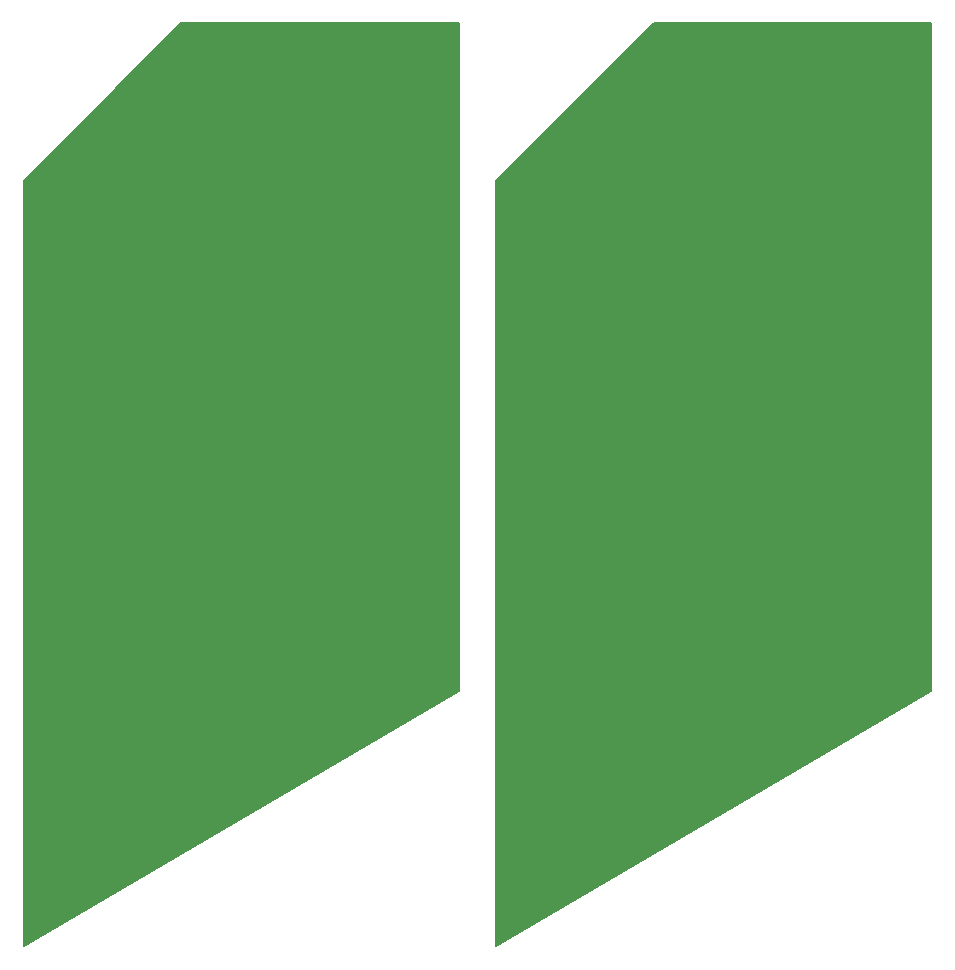
<source format=gts>
G04 #@! TF.GenerationSoftware,KiCad,Pcbnew,5.0.2-bee76a0~70~ubuntu18.04.1*
G04 #@! TF.CreationDate,2019-06-15T01:44:12+09:00*
G04 #@! TF.ProjectId,shield,73686965-6c64-42e6-9b69-6361645f7063,rev?*
G04 #@! TF.SameCoordinates,Original*
G04 #@! TF.FileFunction,Soldermask,Top*
G04 #@! TF.FilePolarity,Negative*
%FSLAX46Y46*%
G04 Gerber Fmt 4.6, Leading zero omitted, Abs format (unit mm)*
G04 Created by KiCad (PCBNEW 5.0.2-bee76a0~70~ubuntu18.04.1) date 2019年06月15日 01時44分12秒*
%MOMM*%
%LPD*%
G01*
G04 APERTURE LIST*
%ADD10C,0.150000*%
%ADD11C,0.100000*%
G04 APERTURE END LIST*
D10*
G36*
X113665000Y-20955000D02*
X100330000Y-34290000D01*
X100330000Y-99060000D01*
X137160000Y-77470000D01*
X137160000Y-20955000D01*
X113665000Y-20955000D01*
G37*
X113665000Y-20955000D02*
X100330000Y-34290000D01*
X100330000Y-99060000D01*
X137160000Y-77470000D01*
X137160000Y-20955000D01*
X113665000Y-20955000D01*
G36*
X73660000Y-20955000D02*
X60325000Y-34290000D01*
X60325000Y-99060000D01*
X97155000Y-77470000D01*
X97155000Y-20955000D01*
X73660000Y-20955000D01*
G37*
X73660000Y-20955000D02*
X60325000Y-34290000D01*
X60325000Y-99060000D01*
X97155000Y-77470000D01*
X97155000Y-20955000D01*
X73660000Y-20955000D01*
D11*
G36*
X64655957Y-90357634D02*
X64980987Y-90492266D01*
X65273512Y-90687725D01*
X65522275Y-90936488D01*
X65717734Y-91229013D01*
X65852366Y-91554043D01*
X65921000Y-91899093D01*
X65921000Y-92250907D01*
X65852366Y-92595957D01*
X65717734Y-92920987D01*
X65522275Y-93213512D01*
X65273512Y-93462275D01*
X64980987Y-93657734D01*
X64655957Y-93792366D01*
X64310907Y-93861000D01*
X63959093Y-93861000D01*
X63614043Y-93792366D01*
X63289013Y-93657734D01*
X62996488Y-93462275D01*
X62747725Y-93213512D01*
X62552266Y-92920987D01*
X62417634Y-92595957D01*
X62349000Y-92250907D01*
X62349000Y-91899093D01*
X62417634Y-91554043D01*
X62552266Y-91229013D01*
X62747725Y-90936488D01*
X62996488Y-90687725D01*
X63289013Y-90492266D01*
X63614043Y-90357634D01*
X63959093Y-90289000D01*
X64310907Y-90289000D01*
X64655957Y-90357634D01*
X64655957Y-90357634D01*
G37*
G36*
X104660957Y-90357634D02*
X104985987Y-90492266D01*
X105278512Y-90687725D01*
X105527275Y-90936488D01*
X105722734Y-91229013D01*
X105857366Y-91554043D01*
X105926000Y-91899093D01*
X105926000Y-92250907D01*
X105857366Y-92595957D01*
X105722734Y-92920987D01*
X105527275Y-93213512D01*
X105278512Y-93462275D01*
X104985987Y-93657734D01*
X104660957Y-93792366D01*
X104315907Y-93861000D01*
X103964093Y-93861000D01*
X103619043Y-93792366D01*
X103294013Y-93657734D01*
X103001488Y-93462275D01*
X102752725Y-93213512D01*
X102557266Y-92920987D01*
X102422634Y-92595957D01*
X102354000Y-92250907D01*
X102354000Y-91899093D01*
X102422634Y-91554043D01*
X102557266Y-91229013D01*
X102752725Y-90936488D01*
X103001488Y-90687725D01*
X103294013Y-90492266D01*
X103619043Y-90357634D01*
X103964093Y-90289000D01*
X104315907Y-90289000D01*
X104660957Y-90357634D01*
X104660957Y-90357634D01*
G37*
G36*
X93865957Y-73847634D02*
X94190987Y-73982266D01*
X94483512Y-74177725D01*
X94732275Y-74426488D01*
X94927734Y-74719013D01*
X95062366Y-75044043D01*
X95131000Y-75389093D01*
X95131000Y-75740907D01*
X95062366Y-76085957D01*
X94927734Y-76410987D01*
X94732275Y-76703512D01*
X94483512Y-76952275D01*
X94190987Y-77147734D01*
X93865957Y-77282366D01*
X93520907Y-77351000D01*
X93169093Y-77351000D01*
X92824043Y-77282366D01*
X92499013Y-77147734D01*
X92206488Y-76952275D01*
X91957725Y-76703512D01*
X91762266Y-76410987D01*
X91627634Y-76085957D01*
X91559000Y-75740907D01*
X91559000Y-75389093D01*
X91627634Y-75044043D01*
X91762266Y-74719013D01*
X91957725Y-74426488D01*
X92206488Y-74177725D01*
X92499013Y-73982266D01*
X92824043Y-73847634D01*
X93169093Y-73779000D01*
X93520907Y-73779000D01*
X93865957Y-73847634D01*
X93865957Y-73847634D01*
G37*
G36*
X133870957Y-73847634D02*
X134195987Y-73982266D01*
X134488512Y-74177725D01*
X134737275Y-74426488D01*
X134932734Y-74719013D01*
X135067366Y-75044043D01*
X135136000Y-75389093D01*
X135136000Y-75740907D01*
X135067366Y-76085957D01*
X134932734Y-76410987D01*
X134737275Y-76703512D01*
X134488512Y-76952275D01*
X134195987Y-77147734D01*
X133870957Y-77282366D01*
X133525907Y-77351000D01*
X133174093Y-77351000D01*
X132829043Y-77282366D01*
X132504013Y-77147734D01*
X132211488Y-76952275D01*
X131962725Y-76703512D01*
X131767266Y-76410987D01*
X131632634Y-76085957D01*
X131564000Y-75740907D01*
X131564000Y-75389093D01*
X131632634Y-75044043D01*
X131767266Y-74719013D01*
X131962725Y-74426488D01*
X132211488Y-74177725D01*
X132504013Y-73982266D01*
X132829043Y-73847634D01*
X133174093Y-73779000D01*
X133525907Y-73779000D01*
X133870957Y-73847634D01*
X133870957Y-73847634D01*
G37*
G36*
X134076621Y-66970302D02*
X134213022Y-67026801D01*
X134335779Y-67108825D01*
X134440175Y-67213221D01*
X134522199Y-67335978D01*
X134578698Y-67472379D01*
X134607500Y-67617181D01*
X134607500Y-67764819D01*
X134578698Y-67909621D01*
X134522199Y-68046022D01*
X134440175Y-68168779D01*
X134335779Y-68273175D01*
X134213022Y-68355199D01*
X134076621Y-68411698D01*
X133931819Y-68440500D01*
X133784181Y-68440500D01*
X133639379Y-68411698D01*
X133502978Y-68355199D01*
X133380221Y-68273175D01*
X133275825Y-68168779D01*
X133193801Y-68046022D01*
X133137302Y-67909621D01*
X133108500Y-67764819D01*
X133108500Y-67617181D01*
X133137302Y-67472379D01*
X133193801Y-67335978D01*
X133275825Y-67213221D01*
X133380221Y-67108825D01*
X133502978Y-67026801D01*
X133639379Y-66970302D01*
X133784181Y-66941500D01*
X133931819Y-66941500D01*
X134076621Y-66970302D01*
X134076621Y-66970302D01*
G37*
G36*
X92039621Y-66970302D02*
X92176022Y-67026801D01*
X92298779Y-67108825D01*
X92403175Y-67213221D01*
X92485199Y-67335978D01*
X92541698Y-67472379D01*
X92570500Y-67617181D01*
X92570500Y-67764819D01*
X92541698Y-67909621D01*
X92485199Y-68046022D01*
X92403175Y-68168779D01*
X92298779Y-68273175D01*
X92176022Y-68355199D01*
X92039621Y-68411698D01*
X91894819Y-68440500D01*
X91747181Y-68440500D01*
X91602379Y-68411698D01*
X91465978Y-68355199D01*
X91343221Y-68273175D01*
X91238825Y-68168779D01*
X91156801Y-68046022D01*
X91100302Y-67909621D01*
X91071500Y-67764819D01*
X91071500Y-67617181D01*
X91100302Y-67472379D01*
X91156801Y-67335978D01*
X91238825Y-67213221D01*
X91343221Y-67108825D01*
X91465978Y-67026801D01*
X91602379Y-66970302D01*
X91747181Y-66941500D01*
X91894819Y-66941500D01*
X92039621Y-66970302D01*
X92039621Y-66970302D01*
G37*
G36*
X90007621Y-66970302D02*
X90144022Y-67026801D01*
X90266779Y-67108825D01*
X90371175Y-67213221D01*
X90453199Y-67335978D01*
X90509698Y-67472379D01*
X90538500Y-67617181D01*
X90538500Y-67764819D01*
X90509698Y-67909621D01*
X90453199Y-68046022D01*
X90371175Y-68168779D01*
X90266779Y-68273175D01*
X90144022Y-68355199D01*
X90007621Y-68411698D01*
X89862819Y-68440500D01*
X89715181Y-68440500D01*
X89570379Y-68411698D01*
X89433978Y-68355199D01*
X89311221Y-68273175D01*
X89206825Y-68168779D01*
X89124801Y-68046022D01*
X89068302Y-67909621D01*
X89039500Y-67764819D01*
X89039500Y-67617181D01*
X89068302Y-67472379D01*
X89124801Y-67335978D01*
X89206825Y-67213221D01*
X89311221Y-67108825D01*
X89433978Y-67026801D01*
X89570379Y-66970302D01*
X89715181Y-66941500D01*
X89862819Y-66941500D01*
X90007621Y-66970302D01*
X90007621Y-66970302D01*
G37*
G36*
X94071621Y-66970302D02*
X94208022Y-67026801D01*
X94330779Y-67108825D01*
X94435175Y-67213221D01*
X94517199Y-67335978D01*
X94573698Y-67472379D01*
X94602500Y-67617181D01*
X94602500Y-67764819D01*
X94573698Y-67909621D01*
X94517199Y-68046022D01*
X94435175Y-68168779D01*
X94330779Y-68273175D01*
X94208022Y-68355199D01*
X94071621Y-68411698D01*
X93926819Y-68440500D01*
X93779181Y-68440500D01*
X93634379Y-68411698D01*
X93497978Y-68355199D01*
X93375221Y-68273175D01*
X93270825Y-68168779D01*
X93188801Y-68046022D01*
X93132302Y-67909621D01*
X93103500Y-67764819D01*
X93103500Y-67617181D01*
X93132302Y-67472379D01*
X93188801Y-67335978D01*
X93270825Y-67213221D01*
X93375221Y-67108825D01*
X93497978Y-67026801D01*
X93634379Y-66970302D01*
X93779181Y-66941500D01*
X93926819Y-66941500D01*
X94071621Y-66970302D01*
X94071621Y-66970302D01*
G37*
G36*
X132044621Y-66970302D02*
X132181022Y-67026801D01*
X132303779Y-67108825D01*
X132408175Y-67213221D01*
X132490199Y-67335978D01*
X132546698Y-67472379D01*
X132575500Y-67617181D01*
X132575500Y-67764819D01*
X132546698Y-67909621D01*
X132490199Y-68046022D01*
X132408175Y-68168779D01*
X132303779Y-68273175D01*
X132181022Y-68355199D01*
X132044621Y-68411698D01*
X131899819Y-68440500D01*
X131752181Y-68440500D01*
X131607379Y-68411698D01*
X131470978Y-68355199D01*
X131348221Y-68273175D01*
X131243825Y-68168779D01*
X131161801Y-68046022D01*
X131105302Y-67909621D01*
X131076500Y-67764819D01*
X131076500Y-67617181D01*
X131105302Y-67472379D01*
X131161801Y-67335978D01*
X131243825Y-67213221D01*
X131348221Y-67108825D01*
X131470978Y-67026801D01*
X131607379Y-66970302D01*
X131752181Y-66941500D01*
X131899819Y-66941500D01*
X132044621Y-66970302D01*
X132044621Y-66970302D01*
G37*
G36*
X130012621Y-66970302D02*
X130149022Y-67026801D01*
X130271779Y-67108825D01*
X130376175Y-67213221D01*
X130458199Y-67335978D01*
X130514698Y-67472379D01*
X130543500Y-67617181D01*
X130543500Y-67764819D01*
X130514698Y-67909621D01*
X130458199Y-68046022D01*
X130376175Y-68168779D01*
X130271779Y-68273175D01*
X130149022Y-68355199D01*
X130012621Y-68411698D01*
X129867819Y-68440500D01*
X129720181Y-68440500D01*
X129575379Y-68411698D01*
X129438978Y-68355199D01*
X129316221Y-68273175D01*
X129211825Y-68168779D01*
X129129801Y-68046022D01*
X129073302Y-67909621D01*
X129044500Y-67764819D01*
X129044500Y-67617181D01*
X129073302Y-67472379D01*
X129129801Y-67335978D01*
X129211825Y-67213221D01*
X129316221Y-67108825D01*
X129438978Y-67026801D01*
X129575379Y-66970302D01*
X129720181Y-66941500D01*
X129867819Y-66941500D01*
X130012621Y-66970302D01*
X130012621Y-66970302D01*
G37*
G36*
X121805957Y-22412634D02*
X122130987Y-22547266D01*
X122423512Y-22742725D01*
X122672275Y-22991488D01*
X122867734Y-23284013D01*
X123002366Y-23609043D01*
X123071000Y-23954093D01*
X123071000Y-24305907D01*
X123002366Y-24650957D01*
X122867734Y-24975987D01*
X122672275Y-25268512D01*
X122423512Y-25517275D01*
X122130987Y-25712734D01*
X121805957Y-25847366D01*
X121460907Y-25916000D01*
X121109093Y-25916000D01*
X120764043Y-25847366D01*
X120439013Y-25712734D01*
X120146488Y-25517275D01*
X119897725Y-25268512D01*
X119702266Y-24975987D01*
X119567634Y-24650957D01*
X119499000Y-24305907D01*
X119499000Y-23954093D01*
X119567634Y-23609043D01*
X119702266Y-23284013D01*
X119897725Y-22991488D01*
X120146488Y-22742725D01*
X120439013Y-22547266D01*
X120764043Y-22412634D01*
X121109093Y-22344000D01*
X121460907Y-22344000D01*
X121805957Y-22412634D01*
X121805957Y-22412634D01*
G37*
G36*
X81800957Y-22412634D02*
X82125987Y-22547266D01*
X82418512Y-22742725D01*
X82667275Y-22991488D01*
X82862734Y-23284013D01*
X82997366Y-23609043D01*
X83066000Y-23954093D01*
X83066000Y-24305907D01*
X82997366Y-24650957D01*
X82862734Y-24975987D01*
X82667275Y-25268512D01*
X82418512Y-25517275D01*
X82125987Y-25712734D01*
X81800957Y-25847366D01*
X81455907Y-25916000D01*
X81104093Y-25916000D01*
X80759043Y-25847366D01*
X80434013Y-25712734D01*
X80141488Y-25517275D01*
X79892725Y-25268512D01*
X79697266Y-24975987D01*
X79562634Y-24650957D01*
X79494000Y-24305907D01*
X79494000Y-23954093D01*
X79562634Y-23609043D01*
X79697266Y-23284013D01*
X79892725Y-22991488D01*
X80141488Y-22742725D01*
X80434013Y-22547266D01*
X80759043Y-22412634D01*
X81104093Y-22344000D01*
X81455907Y-22344000D01*
X81800957Y-22412634D01*
X81800957Y-22412634D01*
G37*
M02*

</source>
